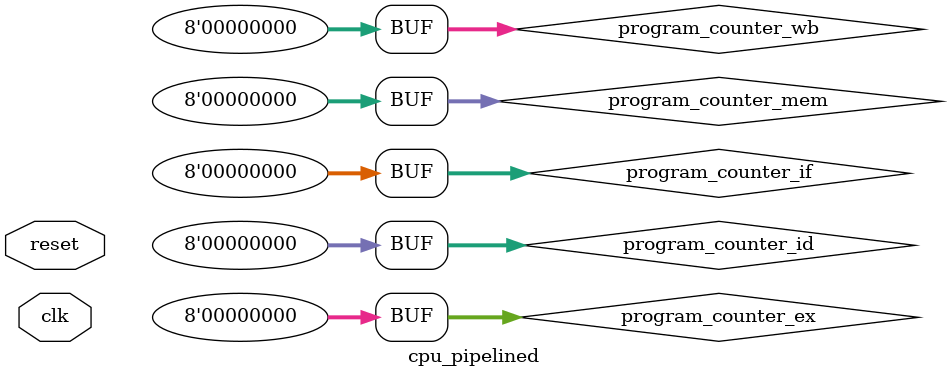
<source format=v>
`include "state_machine.vh"
`include "alu_opsel.vh"

module cpu_pipelined (
	input reset, clk
);

	/*
	* Processor registers. Rd and Rr refer to registers from this array.
	*/
	reg     [7:0] registers[31:0];
	integer       i              ;

	always @(posedge reset) begin
		for (i = 0; i < 32; i = i + 1) begin
			registers[i] = i;
		end
	end

	reg [7:0] program_counter;

	/*
	* These signals don't actually do anything, they are here just for
	* debugging purposes.
	*/
	reg [7:0] program_counter_if ;
	reg [7:0] program_counter_id ;
	reg [7:0] program_counter_ex ;
	reg [7:0] program_counter_mem;
	reg [7:0] program_counter_wb ;

	always @(program_counter) begin
		/*
		* TODO DEBUG: Each instruction must be moved to the next stage. The IF stage
		* must receive a brand new instruction.
		*/
		program_counter_if  <= 8'b0;
		program_counter_id  <= 8'b0;
		program_counter_ex  <= 8'b0;
		program_counter_mem <= 8'b0;
		program_counter_wb  <= 8'b0;
	end

	/*
	* TODO 2: This signal links the IF and ID stages. Because we will be
	* fetching one instruction wile decoding another, we need a buffer for it.
	*/
	wire [31:0] instruction;
	/*
	* TODO 2: We now have a buffer for the instruction signal. Should we send
	* the unbuffered or buffered value to the decoder?
	* Hint: In the pipeline, the unbuffered value of the instruction will be
	* changed by the memory while the decoder is using it because the memory is
	* fetching a new instruction while the decoder is decoding.
	*/
	reg [31:0] instruction_buf;

	memory instruction_memory (
		.data   (instruction    ),
		.address(program_counter),
		.clk    (clk            )
	);

	wire [7:0] op1  ;
	wire [7:0] op2  ;
	wire [2:0] opsel;

	decoder decoder_unit (
		.op1        (op1            ),
		.op2        (op2            ),
		.opsel      (opsel          ),
		.instruction(instruction_buf)
	);

	/*
	* TODO 2: These signals link the ID and EX stages. We need buffers for
	* them.
	*/
	reg  [7:0] alu_A      ;
	reg  [7:0] alu_B      ;
	wire [7:0] alu_R      ;
	reg  [2:0] alu_opsel  ;
	reg  [7:0] alu_address;

	/*
	* TODO 2: We now have buffers for the alu_A, alu_B and alu_opsel signals.
	* Should we send the unbuffered or buffered values to the ALU?
	*/
	alu execution_unit (
		.R    (alu_R    ),
		.A    (alu_A    ),
		.B    (alu_B    ),
		.opsel(alu_opsel)
	);

	/*
	* TODO 2: These signals link the EX and MEM stages. We need buffers for
	* them.
	*/
	reg [7:0] mem_address;
	reg [7:0] mem_value  ;
	/*
	* As we don't have a memory, this is indeed everything the MEM stage does.
	*
	* TODO 2: We now have buffers for the mem_address and mem_value signals.
	* Should we send the unbuffered or buffered values to be written back to
	* registers?
	*/

	/*
	* TODO 2: These signals link the MEM and WB stages. We need buffers for
	* them.
	*/
	reg [7:0] wb_address;
	reg [7:0] wb_value  ;


	always @(*) begin
		/*
		* TODO 2: We need to write back to registers a new value every clock
		* cycle.
		*
		* TODO 2: We now have buffers for the wb_address and wb_value signals.
		* Should we send the unbuffered or buffered values to the be written
		* back to registers?
		*/
		if (wb_address !== 8'hxx) begin
			registers[wb_address] = wb_value;
		end
	end

	always @(posedge clk or posedge reset) begin
		if (reset) begin
			program_counter <= 0;
		end else begin
			/*
			* TODO 2: We need a new instruction every clock cycle.
			*/
			program_counter <= 8'b0;

			/*
			* TODO 2: Each stage's output must be moved to the next stage's input
			* buffer (see the buffers you created above).
			*/
			// IF -> ID

			// ID -> EX

			// EX -> MEM

			// MEM -> WB

		end
	end

endmodule

</source>
